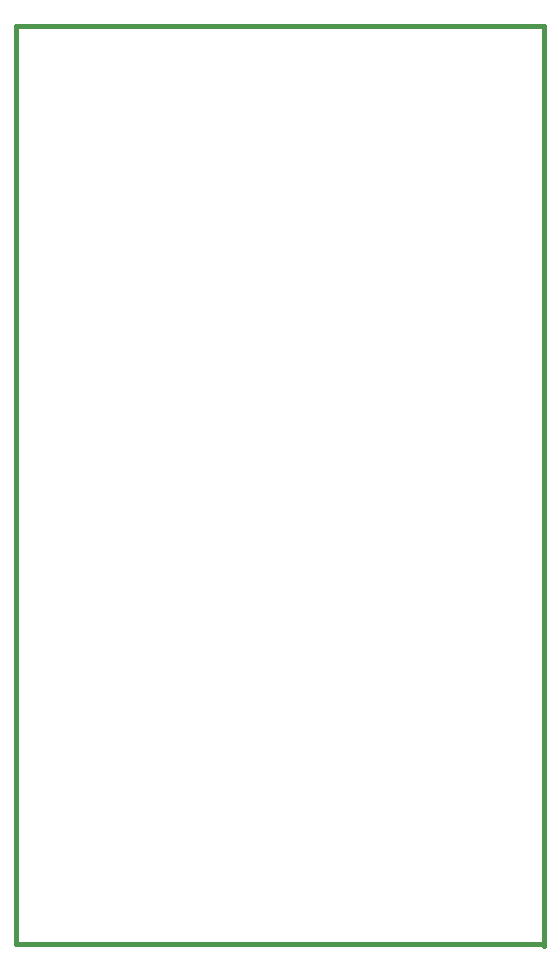
<source format=gbr>
G04 (created by PCBNEW-RS274X (2011-05-25)-stable) date lun 09 dic 2013 14:07:25 CLST*
G01*
G70*
G90*
%MOIN*%
G04 Gerber Fmt 3.4, Leading zero omitted, Abs format*
%FSLAX34Y34*%
G04 APERTURE LIST*
%ADD10C,0.006000*%
%ADD11C,0.015000*%
G04 APERTURE END LIST*
G54D10*
G54D11*
X55394Y-67992D02*
X55039Y-67992D01*
X55394Y-37362D02*
X55394Y-68031D01*
X37795Y-37362D02*
X55394Y-37362D01*
X37795Y-67992D02*
X37795Y-37362D01*
X55079Y-67992D02*
X37795Y-67992D01*
M02*

</source>
